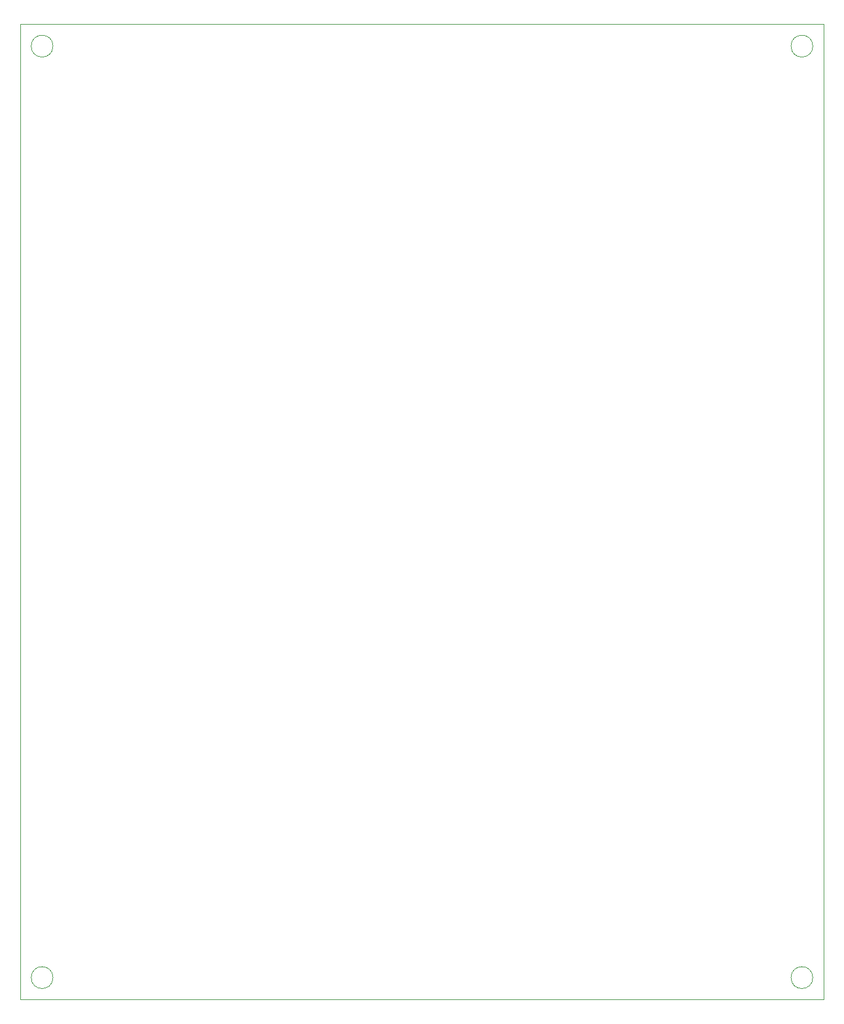
<source format=gbr>
%TF.GenerationSoftware,KiCad,Pcbnew,9.0.5*%
%TF.CreationDate,2025-10-16T02:52:29+02:00*%
%TF.ProjectId,Gameboy-interface-card,47616d65-626f-4792-9d69-6e7465726661,rev?*%
%TF.SameCoordinates,Original*%
%TF.FileFunction,Profile,NP*%
%FSLAX46Y46*%
G04 Gerber Fmt 4.6, Leading zero omitted, Abs format (unit mm)*
G04 Created by KiCad (PCBNEW 9.0.5) date 2025-10-16 02:52:29*
%MOMM*%
%LPD*%
G01*
G04 APERTURE LIST*
%TA.AperFunction,Profile*%
%ADD10C,0.050000*%
%TD*%
G04 APERTURE END LIST*
D10*
X134500000Y-161000000D02*
G75*
G02*
X131500000Y-161000000I-1500000J0D01*
G01*
X131500000Y-161000000D02*
G75*
G02*
X134500000Y-161000000I1500000J0D01*
G01*
X136000000Y-30000000D02*
X136000000Y-164000000D01*
X134500000Y-33000000D02*
G75*
G02*
X131500000Y-33000000I-1500000J0D01*
G01*
X131500000Y-33000000D02*
G75*
G02*
X134500000Y-33000000I1500000J0D01*
G01*
X25500000Y-30000000D02*
X136000000Y-30000000D01*
X30000000Y-161000000D02*
G75*
G02*
X27000000Y-161000000I-1500000J0D01*
G01*
X27000000Y-161000000D02*
G75*
G02*
X30000000Y-161000000I1500000J0D01*
G01*
X136000000Y-164000000D02*
X25500000Y-164000000D01*
X30000000Y-33000000D02*
G75*
G02*
X27000000Y-33000000I-1500000J0D01*
G01*
X27000000Y-33000000D02*
G75*
G02*
X30000000Y-33000000I1500000J0D01*
G01*
X25500000Y-164000000D02*
X25500000Y-30000000D01*
M02*

</source>
